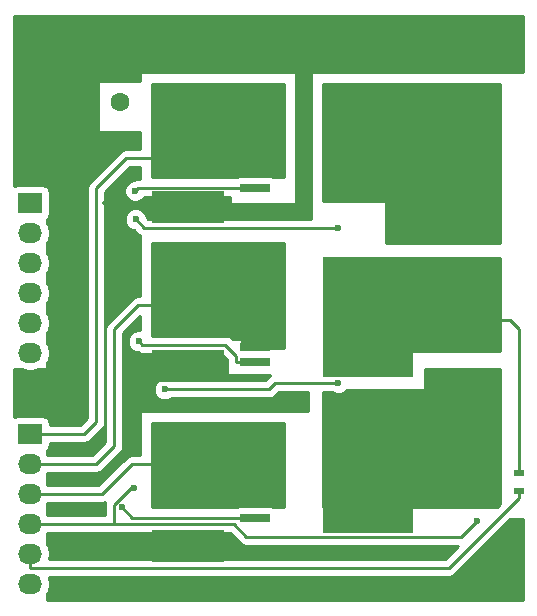
<source format=gbr>
G04 #@! TF.FileFunction,Copper,L2,Bot,Signal*
%FSLAX46Y46*%
G04 Gerber Fmt 4.6, Leading zero omitted, Abs format (unit mm)*
G04 Created by KiCad (PCBNEW (2015-05-26 BZR 5684)-product) date Thu 13 Aug 2015 05:18:35 PM PDT*
%MOMM*%
G01*
G04 APERTURE LIST*
%ADD10C,0.100000*%
%ADD11C,0.508000*%
%ADD12R,2.032000X1.727200*%
%ADD13O,2.032000X1.727200*%
%ADD14C,1.600000*%
%ADD15R,7.620000X10.160000*%
%ADD16R,2.540000X0.700000*%
%ADD17R,6.197600X2.692400*%
%ADD18R,0.900000X0.500000*%
%ADD19C,0.600000*%
%ADD20C,0.250000*%
%ADD21C,0.254000*%
G04 APERTURE END LIST*
D10*
D11*
X167132000Y-85090000D03*
X167132000Y-83566000D03*
X163322000Y-83566000D03*
X163322000Y-85090000D03*
X163322000Y-86868000D03*
X163322000Y-88392000D03*
X163322000Y-89662000D03*
X163322000Y-91440000D03*
X163322000Y-93472000D03*
X167132000Y-86868000D03*
X167132000Y-88392000D03*
X167132000Y-89916000D03*
X167132000Y-91440000D03*
X167132000Y-93472000D03*
X167132000Y-95250000D03*
X163322000Y-100330000D03*
X163322000Y-99060000D03*
X163322000Y-98044000D03*
X167132000Y-98044000D03*
X167132000Y-99060000D03*
X167132000Y-100330000D03*
X167132000Y-101600000D03*
X167132000Y-102870000D03*
X163322000Y-102870000D03*
X163322000Y-104394000D03*
X167132000Y-104394000D03*
X167132000Y-114046000D03*
X167132000Y-116078000D03*
X167132000Y-117856000D03*
X163322000Y-117856000D03*
X163322000Y-116078000D03*
X163322000Y-114046000D03*
X167132000Y-112014000D03*
X163322000Y-112014000D03*
X163322000Y-109982000D03*
X167132000Y-109982000D03*
X167132000Y-107950000D03*
X138176000Y-111760000D03*
X138176000Y-95758000D03*
X132588000Y-93980000D03*
X132588000Y-96520000D03*
X132588000Y-99060000D03*
X132588000Y-101600000D03*
X132588000Y-104140000D03*
X135382000Y-92710000D03*
X132334000Y-79248000D03*
X128778000Y-79248000D03*
X159004000Y-79248000D03*
X164592000Y-79248000D03*
X169418000Y-79248000D03*
X153162000Y-79248000D03*
X138176000Y-106172000D03*
X138176000Y-108204000D03*
X129032000Y-109728000D03*
X129032000Y-107696000D03*
X132334000Y-107696000D03*
X132334000Y-110490000D03*
X132334000Y-120904000D03*
X134620000Y-120904000D03*
X134620000Y-116078000D03*
X132334000Y-116078000D03*
X154432000Y-122428000D03*
X157226000Y-122428000D03*
X163068000Y-122428000D03*
X169164000Y-123698000D03*
X132334000Y-125984000D03*
X138430000Y-122174000D03*
X134620000Y-125984000D03*
X132334000Y-113538000D03*
X134620000Y-118618000D03*
X132334000Y-118618000D03*
X132334000Y-91186000D03*
X128778000Y-89408000D03*
X132334000Y-89408000D03*
X132334000Y-86868000D03*
X128778000Y-86868000D03*
D12*
X129032000Y-92710000D03*
D13*
X129032000Y-95250000D03*
X129032000Y-97790000D03*
X129032000Y-100330000D03*
X129032000Y-102870000D03*
X129032000Y-105410000D03*
D12*
X129032000Y-112268000D03*
D13*
X129032000Y-114808000D03*
X129032000Y-117348000D03*
X129032000Y-119888000D03*
X129032000Y-122428000D03*
X129032000Y-124968000D03*
D14*
X163450000Y-107960000D03*
X163450000Y-101610000D03*
X163450000Y-95260000D03*
X136662000Y-84200000D03*
X130312000Y-84200000D03*
D15*
X157607000Y-87630000D03*
D16*
X148082000Y-91440000D03*
X148082000Y-90170000D03*
X148082000Y-88900000D03*
X148082000Y-86360000D03*
X148082000Y-85090000D03*
X148082000Y-83820000D03*
D15*
X157607000Y-102362000D03*
D16*
X148082000Y-106172000D03*
X148082000Y-104902000D03*
X148082000Y-103632000D03*
X148082000Y-101092000D03*
X148082000Y-99822000D03*
X148082000Y-98552000D03*
D15*
X157607000Y-115570000D03*
D16*
X148082000Y-119380000D03*
X148082000Y-118110000D03*
X148082000Y-116840000D03*
X148082000Y-114300000D03*
X148082000Y-113030000D03*
X148082000Y-111760000D03*
D17*
X142430500Y-84048600D03*
X142430500Y-93091000D03*
X142430500Y-97510600D03*
X142430500Y-106553000D03*
D18*
X170434000Y-117082000D03*
X170434000Y-115582000D03*
D17*
X142430500Y-112750600D03*
X142430500Y-121793000D03*
D19*
X141478000Y-109958000D03*
X137855000Y-116827000D03*
X166865500Y-119639100D03*
X156718000Y-111760000D03*
X156718000Y-113030000D03*
X156718000Y-114300000D03*
X156718000Y-116840000D03*
X156718000Y-118110000D03*
X157607000Y-115570000D03*
X156718000Y-98552000D03*
X156718000Y-99822000D03*
X156718000Y-101092000D03*
X156718000Y-103632000D03*
X156718000Y-104902000D03*
X157607000Y-102362000D03*
X156718000Y-83820000D03*
X156718000Y-85090000D03*
X156718000Y-86360000D03*
X156718000Y-88900000D03*
X156718000Y-90170000D03*
X157607000Y-87630000D03*
X155122700Y-94803600D03*
X137954400Y-94108500D03*
X137922000Y-91694000D03*
X155122700Y-107950000D03*
X140409300Y-108499600D03*
X138219800Y-104423300D03*
X136778100Y-118490000D03*
D20*
X141478000Y-109958000D02*
X141478000Y-109982000D01*
X136119400Y-119888000D02*
X129032000Y-119888000D01*
X166865500Y-119639100D02*
X165529200Y-120975400D01*
X165529200Y-120975400D02*
X147340600Y-120975400D01*
X147340600Y-120975400D02*
X146253200Y-119888000D01*
X146253200Y-119888000D02*
X136119400Y-119888000D01*
X136119400Y-119888000D02*
X136119400Y-118261600D01*
X136119400Y-118261600D02*
X137554000Y-116827000D01*
X137554000Y-116827000D02*
X137855000Y-116827000D01*
X129032000Y-122428000D02*
X129032000Y-123616900D01*
X170434000Y-117082000D02*
X170434000Y-117657300D01*
X170434000Y-117657300D02*
X164474400Y-123616900D01*
X164474400Y-123616900D02*
X129032000Y-123616900D01*
X137160000Y-88900000D02*
X134620000Y-91440000D01*
X134620000Y-91440000D02*
X134620000Y-111252000D01*
X134620000Y-111252000D02*
X133604000Y-112268000D01*
X133604000Y-112268000D02*
X129032000Y-112268000D01*
X139700000Y-88900000D02*
X137160000Y-88900000D01*
X138176000Y-101346000D02*
X136144000Y-103378000D01*
X136144000Y-103378000D02*
X136144000Y-113284000D01*
X136144000Y-113284000D02*
X134620000Y-114808000D01*
X134620000Y-114808000D02*
X129032000Y-114808000D01*
X139700000Y-101346000D02*
X138176000Y-101346000D01*
X137668000Y-114808000D02*
X135128000Y-117348000D01*
X135128000Y-117348000D02*
X129032000Y-117348000D01*
X139446000Y-114808000D02*
X137668000Y-114808000D01*
X156718000Y-111760000D02*
X157607000Y-112649000D01*
X157607000Y-112649000D02*
X157607000Y-115570000D01*
X157607000Y-113919000D02*
X157607000Y-115570000D01*
X156718000Y-113030000D02*
X157607000Y-113919000D01*
X157607000Y-115189000D02*
X157607000Y-115570000D01*
X156718000Y-114300000D02*
X157607000Y-115189000D01*
X157607000Y-115951000D02*
X157607000Y-115570000D01*
X156718000Y-116840000D02*
X157607000Y-115951000D01*
X157607000Y-117221000D02*
X157607000Y-115570000D01*
X156718000Y-118110000D02*
X157607000Y-117221000D01*
X170434000Y-103378000D02*
X169672000Y-102616000D01*
X169672000Y-102616000D02*
X168402000Y-102616000D01*
X170434000Y-115582000D02*
X170434000Y-104394000D01*
X170434000Y-104394000D02*
X170434000Y-103378000D01*
X157607000Y-99441000D02*
X157607000Y-102362000D01*
X156718000Y-98552000D02*
X157607000Y-99441000D01*
X157607000Y-100711000D02*
X157607000Y-102362000D01*
X156718000Y-99822000D02*
X157607000Y-100711000D01*
X157607000Y-101981000D02*
X157607000Y-102362000D01*
X156718000Y-101092000D02*
X157607000Y-101981000D01*
X157607000Y-102743000D02*
X157607000Y-102362000D01*
X156718000Y-103632000D02*
X157607000Y-102743000D01*
X157607000Y-104013000D02*
X157607000Y-102362000D01*
X156718000Y-104902000D02*
X157607000Y-104013000D01*
X157607000Y-84709000D02*
X157607000Y-87630000D01*
X156718000Y-83820000D02*
X157607000Y-84709000D01*
X157607000Y-85979000D02*
X157607000Y-87630000D01*
X156718000Y-85090000D02*
X157607000Y-85979000D01*
X157607000Y-87249000D02*
X157607000Y-87630000D01*
X156718000Y-86360000D02*
X157607000Y-87249000D01*
X157607000Y-88011000D02*
X157607000Y-87630000D01*
X156718000Y-88900000D02*
X157607000Y-88011000D01*
X157607000Y-89281000D02*
X157607000Y-87630000D01*
X156718000Y-90170000D02*
X157607000Y-89281000D01*
X137954400Y-94108500D02*
X138649500Y-94803600D01*
X138649500Y-94803600D02*
X155122700Y-94803600D01*
X139192000Y-91419400D02*
X138196600Y-91419400D01*
X138196600Y-91419400D02*
X137922000Y-91694000D01*
X148082000Y-91440000D02*
X146486700Y-91440000D01*
X138956000Y-91419400D02*
X139192000Y-91419400D01*
X139192000Y-91419400D02*
X146466100Y-91419400D01*
X146466100Y-91419400D02*
X146486700Y-91440000D01*
X140409300Y-108499600D02*
X149217100Y-108499600D01*
X149217100Y-108499600D02*
X149766700Y-107950000D01*
X149766700Y-107950000D02*
X155122700Y-107950000D01*
X148082000Y-106172000D02*
X146486700Y-106172000D01*
X138219800Y-104423300D02*
X138515900Y-104719400D01*
X138515900Y-104719400D02*
X145538300Y-104719400D01*
X145538300Y-104719400D02*
X146486700Y-105667800D01*
X146486700Y-105667800D02*
X146486700Y-106172000D01*
X136778100Y-118490000D02*
X137668100Y-119380000D01*
X137668100Y-119380000D02*
X148082000Y-119380000D01*
D21*
G36*
X168783000Y-118233498D02*
X168525497Y-118491000D01*
X153797000Y-118491000D01*
X153797000Y-110236000D01*
X153797000Y-108710000D01*
X154560237Y-108710000D01*
X154592373Y-108742192D01*
X154935901Y-108884838D01*
X155307867Y-108885162D01*
X155651643Y-108743117D01*
X155810036Y-108585000D01*
X159004000Y-108585000D01*
X162433000Y-108585000D01*
X162433000Y-106807000D01*
X168783000Y-106807000D01*
X168783000Y-118233498D01*
X168783000Y-118233498D01*
G37*
X168783000Y-118233498D02*
X168525497Y-118491000D01*
X153797000Y-118491000D01*
X153797000Y-110236000D01*
X153797000Y-108710000D01*
X154560237Y-108710000D01*
X154592373Y-108742192D01*
X154935901Y-108884838D01*
X155307867Y-108885162D01*
X155651643Y-108743117D01*
X155810036Y-108585000D01*
X159004000Y-108585000D01*
X162433000Y-108585000D01*
X162433000Y-106807000D01*
X168783000Y-106807000D01*
X168783000Y-118233498D01*
G36*
X168783000Y-105283000D02*
X154051000Y-105283000D01*
X154051000Y-97409000D01*
X168783000Y-97409000D01*
X168783000Y-105283000D01*
X168783000Y-105283000D01*
G37*
X168783000Y-105283000D02*
X154051000Y-105283000D01*
X154051000Y-97409000D01*
X168783000Y-97409000D01*
X168783000Y-105283000D01*
G36*
X168783000Y-96139000D02*
X159131000Y-96139000D01*
X159131000Y-92583000D01*
X153797000Y-92583000D01*
X153797000Y-82677000D01*
X168783000Y-82677000D01*
X168783000Y-96139000D01*
X168783000Y-96139000D01*
G37*
X168783000Y-96139000D02*
X159131000Y-96139000D01*
X159131000Y-92583000D01*
X153797000Y-92583000D01*
X153797000Y-82677000D01*
X168783000Y-82677000D01*
X168783000Y-96139000D01*
G36*
X150495000Y-90551000D02*
X149688122Y-90551000D01*
X149601640Y-90492623D01*
X149352000Y-90442560D01*
X146812000Y-90442560D01*
X146569877Y-90489537D01*
X146476311Y-90551000D01*
X139319000Y-90551000D01*
X139319000Y-82677000D01*
X150495000Y-82677000D01*
X150495000Y-90551000D01*
X150495000Y-90551000D01*
G37*
X150495000Y-90551000D02*
X149688122Y-90551000D01*
X149601640Y-90492623D01*
X149352000Y-90442560D01*
X146812000Y-90442560D01*
X146569877Y-90489537D01*
X146476311Y-90551000D01*
X139319000Y-90551000D01*
X139319000Y-82677000D01*
X150495000Y-82677000D01*
X150495000Y-90551000D01*
G36*
X150495000Y-105029000D02*
X146939000Y-105029000D01*
X146939000Y-104267000D01*
X146160702Y-104267000D01*
X146075701Y-104181999D01*
X145829139Y-104017252D01*
X145538300Y-103959400D01*
X139319000Y-103959400D01*
X139319000Y-96139000D01*
X150495000Y-96139000D01*
X150495000Y-105029000D01*
X150495000Y-105029000D01*
G37*
X150495000Y-105029000D02*
X146939000Y-105029000D01*
X146939000Y-104267000D01*
X146160702Y-104267000D01*
X146075701Y-104181999D01*
X145829139Y-104017252D01*
X145538300Y-103959400D01*
X139319000Y-103959400D01*
X139319000Y-96139000D01*
X150495000Y-96139000D01*
X150495000Y-105029000D01*
G36*
X150495000Y-118491000D02*
X149688122Y-118491000D01*
X149601640Y-118432623D01*
X149352000Y-118382560D01*
X146812000Y-118382560D01*
X146569877Y-118429537D01*
X146476311Y-118491000D01*
X139319000Y-118491000D01*
X139319000Y-111379000D01*
X150495000Y-111379000D01*
X150495000Y-118491000D01*
X150495000Y-118491000D01*
G37*
X150495000Y-118491000D02*
X149688122Y-118491000D01*
X149601640Y-118432623D01*
X149352000Y-118382560D01*
X146812000Y-118382560D01*
X146569877Y-118429537D01*
X146476311Y-118491000D01*
X139319000Y-118491000D01*
X139319000Y-111379000D01*
X150495000Y-111379000D01*
X150495000Y-118491000D01*
G36*
X135400744Y-118053747D02*
X135359400Y-118261600D01*
X135359400Y-119128000D01*
X130476648Y-119128000D01*
X130429000Y-119056689D01*
X130429000Y-118179310D01*
X130476648Y-118108000D01*
X135128000Y-118108000D01*
X135400744Y-118053747D01*
X135400744Y-118053747D01*
G37*
X135400744Y-118053747D02*
X135359400Y-118261600D01*
X135359400Y-119128000D01*
X130476648Y-119128000D01*
X130429000Y-119056689D01*
X130429000Y-118179310D01*
X130476648Y-118108000D01*
X135128000Y-118108000D01*
X135400744Y-118053747D01*
G36*
X152527000Y-110363000D02*
X138303000Y-110363000D01*
X138303000Y-114048000D01*
X137668000Y-114048000D01*
X137425413Y-114096253D01*
X137377160Y-114105852D01*
X137130599Y-114270599D01*
X134813198Y-116588000D01*
X130476648Y-116588000D01*
X130429000Y-116516689D01*
X130429000Y-115639310D01*
X130476648Y-115568000D01*
X134620000Y-115568000D01*
X134910839Y-115510148D01*
X135157401Y-115345401D01*
X136681401Y-113821401D01*
X136846148Y-113574840D01*
X136846148Y-113574839D01*
X136855746Y-113526586D01*
X136903999Y-113284000D01*
X136904000Y-113284000D01*
X136904000Y-103692802D01*
X138303000Y-102293802D01*
X138303000Y-103488371D01*
X138034633Y-103488138D01*
X137690857Y-103630183D01*
X137427608Y-103892973D01*
X137284962Y-104236501D01*
X137284638Y-104608467D01*
X137426683Y-104952243D01*
X137689473Y-105215492D01*
X138033001Y-105358138D01*
X138130287Y-105358222D01*
X138225061Y-105421548D01*
X138515900Y-105479400D01*
X145223498Y-105479400D01*
X145669000Y-105924902D01*
X145669000Y-107315000D01*
X149375366Y-107315000D01*
X149229299Y-107412599D01*
X148902298Y-107739600D01*
X140971762Y-107739600D01*
X140939627Y-107707408D01*
X140596099Y-107564762D01*
X140224133Y-107564438D01*
X139880357Y-107706483D01*
X139617108Y-107969273D01*
X139474462Y-108312801D01*
X139474138Y-108684767D01*
X139616183Y-109028543D01*
X139878973Y-109291792D01*
X140222501Y-109434438D01*
X140594467Y-109434762D01*
X140938243Y-109292717D01*
X140971417Y-109259600D01*
X149217100Y-109259600D01*
X149507939Y-109201748D01*
X149754501Y-109037001D01*
X150081502Y-108710000D01*
X152527000Y-108710000D01*
X152527000Y-110363000D01*
X152527000Y-110363000D01*
G37*
X152527000Y-110363000D02*
X138303000Y-110363000D01*
X138303000Y-114048000D01*
X137668000Y-114048000D01*
X137425413Y-114096253D01*
X137377160Y-114105852D01*
X137130599Y-114270599D01*
X134813198Y-116588000D01*
X130476648Y-116588000D01*
X130429000Y-116516689D01*
X130429000Y-115639310D01*
X130476648Y-115568000D01*
X134620000Y-115568000D01*
X134910839Y-115510148D01*
X135157401Y-115345401D01*
X136681401Y-113821401D01*
X136846148Y-113574840D01*
X136846148Y-113574839D01*
X136855746Y-113526586D01*
X136903999Y-113284000D01*
X136904000Y-113284000D01*
X136904000Y-103692802D01*
X138303000Y-102293802D01*
X138303000Y-103488371D01*
X138034633Y-103488138D01*
X137690857Y-103630183D01*
X137427608Y-103892973D01*
X137284962Y-104236501D01*
X137284638Y-104608467D01*
X137426683Y-104952243D01*
X137689473Y-105215492D01*
X138033001Y-105358138D01*
X138130287Y-105358222D01*
X138225061Y-105421548D01*
X138515900Y-105479400D01*
X145223498Y-105479400D01*
X145669000Y-105924902D01*
X145669000Y-107315000D01*
X149375366Y-107315000D01*
X149229299Y-107412599D01*
X148902298Y-107739600D01*
X140971762Y-107739600D01*
X140939627Y-107707408D01*
X140596099Y-107564762D01*
X140224133Y-107564438D01*
X139880357Y-107706483D01*
X139617108Y-107969273D01*
X139474462Y-108312801D01*
X139474138Y-108684767D01*
X139616183Y-109028543D01*
X139878973Y-109291792D01*
X140222501Y-109434438D01*
X140594467Y-109434762D01*
X140938243Y-109292717D01*
X140971417Y-109259600D01*
X149217100Y-109259600D01*
X149507939Y-109201748D01*
X149754501Y-109037001D01*
X150081502Y-108710000D01*
X152527000Y-108710000D01*
X152527000Y-110363000D01*
G36*
X165281097Y-121735400D02*
X164159598Y-122856900D01*
X130630031Y-122856900D01*
X130715345Y-122428000D01*
X130601271Y-121854511D01*
X130429000Y-121596689D01*
X130429000Y-120719310D01*
X130476648Y-120648000D01*
X136119400Y-120648000D01*
X145938398Y-120648000D01*
X146803199Y-121512801D01*
X147049761Y-121677548D01*
X147340600Y-121735400D01*
X165281097Y-121735400D01*
X165281097Y-121735400D01*
G37*
X165281097Y-121735400D02*
X164159598Y-122856900D01*
X130630031Y-122856900D01*
X130715345Y-122428000D01*
X130601271Y-121854511D01*
X130429000Y-121596689D01*
X130429000Y-120719310D01*
X130476648Y-120648000D01*
X136119400Y-120648000D01*
X145938398Y-120648000D01*
X146803199Y-121512801D01*
X147049761Y-121677548D01*
X147340600Y-121735400D01*
X165281097Y-121735400D01*
G36*
X170765000Y-81661000D02*
X152781000Y-81661000D01*
X152781000Y-94043600D01*
X138964301Y-94043600D01*
X138889522Y-93968820D01*
X138889562Y-93923333D01*
X138747517Y-93579557D01*
X138484727Y-93316308D01*
X138141199Y-93173662D01*
X137769233Y-93173338D01*
X137425457Y-93315383D01*
X137162208Y-93578173D01*
X137019562Y-93921701D01*
X137019238Y-94293667D01*
X137161283Y-94637443D01*
X137424073Y-94900692D01*
X137767601Y-95043338D01*
X137814476Y-95043378D01*
X138112099Y-95341001D01*
X138303000Y-95468556D01*
X138303000Y-100586000D01*
X138176000Y-100586000D01*
X137885161Y-100643852D01*
X137638599Y-100808599D01*
X135606599Y-102840599D01*
X135441852Y-103087161D01*
X135384000Y-103378000D01*
X135384000Y-112969198D01*
X134305198Y-114048000D01*
X130476648Y-114048000D01*
X130429000Y-113976689D01*
X130429000Y-113640835D01*
X130502927Y-113592273D01*
X130645377Y-113381240D01*
X130695440Y-113131600D01*
X130695440Y-113028000D01*
X133604000Y-113028000D01*
X133894839Y-112970148D01*
X134141401Y-112805401D01*
X135157401Y-111789401D01*
X135322148Y-111542839D01*
X135380000Y-111252000D01*
X135380000Y-91754802D01*
X137474802Y-89660000D01*
X138303000Y-89660000D01*
X138303000Y-90659400D01*
X138196600Y-90659400D01*
X137905761Y-90717252D01*
X137843384Y-90758930D01*
X137736833Y-90758838D01*
X137393057Y-90900883D01*
X137129808Y-91163673D01*
X136987162Y-91507201D01*
X136986838Y-91879167D01*
X137128883Y-92222943D01*
X137391673Y-92486192D01*
X137735201Y-92628838D01*
X138107167Y-92629162D01*
X138450943Y-92487117D01*
X138714192Y-92224327D01*
X138732847Y-92179400D01*
X138956000Y-92179400D01*
X139192000Y-92179400D01*
X145923000Y-92179400D01*
X145923000Y-92837000D01*
X151511000Y-92837000D01*
X151511000Y-81661000D01*
X138303000Y-81661000D01*
X138303000Y-82423000D01*
X134747000Y-82423000D01*
X134747000Y-86741000D01*
X138303000Y-86741000D01*
X138303000Y-88140000D01*
X137160000Y-88140000D01*
X136917413Y-88188253D01*
X136869160Y-88197852D01*
X136622599Y-88362599D01*
X134082599Y-90902599D01*
X133917852Y-91149161D01*
X133860000Y-91440000D01*
X133860000Y-110937198D01*
X133289198Y-111508000D01*
X130695440Y-111508000D01*
X130695440Y-111404400D01*
X130648463Y-111162277D01*
X130508673Y-110949473D01*
X130429000Y-110895692D01*
X130429000Y-110871000D01*
X130392418Y-110871000D01*
X130297640Y-110807023D01*
X130048000Y-110756960D01*
X128016000Y-110756960D01*
X127773877Y-110803937D01*
X127685000Y-110862319D01*
X127685000Y-106807000D01*
X128336477Y-106807000D01*
X128847255Y-106908600D01*
X129216745Y-106908600D01*
X129727522Y-106807000D01*
X130429000Y-106807000D01*
X130429000Y-106241310D01*
X130601271Y-105983489D01*
X130715345Y-105410000D01*
X130601271Y-104836511D01*
X130429000Y-104578689D01*
X130429000Y-103701310D01*
X130601271Y-103443489D01*
X130715345Y-102870000D01*
X130601271Y-102296511D01*
X130429000Y-102038689D01*
X130429000Y-101161310D01*
X130601271Y-100903489D01*
X130715345Y-100330000D01*
X130601271Y-99756511D01*
X130429000Y-99498689D01*
X130429000Y-98621310D01*
X130601271Y-98363489D01*
X130715345Y-97790000D01*
X130601271Y-97216511D01*
X130429000Y-96958689D01*
X130429000Y-96081310D01*
X130601271Y-95823489D01*
X130715345Y-95250000D01*
X130601271Y-94676511D01*
X130429000Y-94418689D01*
X130429000Y-94082835D01*
X130502927Y-94034273D01*
X130645377Y-93823240D01*
X130695440Y-93573600D01*
X130695440Y-91846400D01*
X130648463Y-91604277D01*
X130508673Y-91391473D01*
X130429000Y-91337692D01*
X130429000Y-91313000D01*
X130392418Y-91313000D01*
X130297640Y-91249023D01*
X130048000Y-91198960D01*
X128016000Y-91198960D01*
X127773877Y-91245937D01*
X127685000Y-91304319D01*
X127685000Y-76885000D01*
X170765000Y-76885000D01*
X170765000Y-81661000D01*
X170765000Y-81661000D01*
G37*
X170765000Y-81661000D02*
X152781000Y-81661000D01*
X152781000Y-94043600D01*
X138964301Y-94043600D01*
X138889522Y-93968820D01*
X138889562Y-93923333D01*
X138747517Y-93579557D01*
X138484727Y-93316308D01*
X138141199Y-93173662D01*
X137769233Y-93173338D01*
X137425457Y-93315383D01*
X137162208Y-93578173D01*
X137019562Y-93921701D01*
X137019238Y-94293667D01*
X137161283Y-94637443D01*
X137424073Y-94900692D01*
X137767601Y-95043338D01*
X137814476Y-95043378D01*
X138112099Y-95341001D01*
X138303000Y-95468556D01*
X138303000Y-100586000D01*
X138176000Y-100586000D01*
X137885161Y-100643852D01*
X137638599Y-100808599D01*
X135606599Y-102840599D01*
X135441852Y-103087161D01*
X135384000Y-103378000D01*
X135384000Y-112969198D01*
X134305198Y-114048000D01*
X130476648Y-114048000D01*
X130429000Y-113976689D01*
X130429000Y-113640835D01*
X130502927Y-113592273D01*
X130645377Y-113381240D01*
X130695440Y-113131600D01*
X130695440Y-113028000D01*
X133604000Y-113028000D01*
X133894839Y-112970148D01*
X134141401Y-112805401D01*
X135157401Y-111789401D01*
X135322148Y-111542839D01*
X135380000Y-111252000D01*
X135380000Y-91754802D01*
X137474802Y-89660000D01*
X138303000Y-89660000D01*
X138303000Y-90659400D01*
X138196600Y-90659400D01*
X137905761Y-90717252D01*
X137843384Y-90758930D01*
X137736833Y-90758838D01*
X137393057Y-90900883D01*
X137129808Y-91163673D01*
X136987162Y-91507201D01*
X136986838Y-91879167D01*
X137128883Y-92222943D01*
X137391673Y-92486192D01*
X137735201Y-92628838D01*
X138107167Y-92629162D01*
X138450943Y-92487117D01*
X138714192Y-92224327D01*
X138732847Y-92179400D01*
X138956000Y-92179400D01*
X139192000Y-92179400D01*
X145923000Y-92179400D01*
X145923000Y-92837000D01*
X151511000Y-92837000D01*
X151511000Y-81661000D01*
X138303000Y-81661000D01*
X138303000Y-82423000D01*
X134747000Y-82423000D01*
X134747000Y-86741000D01*
X138303000Y-86741000D01*
X138303000Y-88140000D01*
X137160000Y-88140000D01*
X136917413Y-88188253D01*
X136869160Y-88197852D01*
X136622599Y-88362599D01*
X134082599Y-90902599D01*
X133917852Y-91149161D01*
X133860000Y-91440000D01*
X133860000Y-110937198D01*
X133289198Y-111508000D01*
X130695440Y-111508000D01*
X130695440Y-111404400D01*
X130648463Y-111162277D01*
X130508673Y-110949473D01*
X130429000Y-110895692D01*
X130429000Y-110871000D01*
X130392418Y-110871000D01*
X130297640Y-110807023D01*
X130048000Y-110756960D01*
X128016000Y-110756960D01*
X127773877Y-110803937D01*
X127685000Y-110862319D01*
X127685000Y-106807000D01*
X128336477Y-106807000D01*
X128847255Y-106908600D01*
X129216745Y-106908600D01*
X129727522Y-106807000D01*
X130429000Y-106807000D01*
X130429000Y-106241310D01*
X130601271Y-105983489D01*
X130715345Y-105410000D01*
X130601271Y-104836511D01*
X130429000Y-104578689D01*
X130429000Y-103701310D01*
X130601271Y-103443489D01*
X130715345Y-102870000D01*
X130601271Y-102296511D01*
X130429000Y-102038689D01*
X130429000Y-101161310D01*
X130601271Y-100903489D01*
X130715345Y-100330000D01*
X130601271Y-99756511D01*
X130429000Y-99498689D01*
X130429000Y-98621310D01*
X130601271Y-98363489D01*
X130715345Y-97790000D01*
X130601271Y-97216511D01*
X130429000Y-96958689D01*
X130429000Y-96081310D01*
X130601271Y-95823489D01*
X130715345Y-95250000D01*
X130601271Y-94676511D01*
X130429000Y-94418689D01*
X130429000Y-94082835D01*
X130502927Y-94034273D01*
X130645377Y-93823240D01*
X130695440Y-93573600D01*
X130695440Y-91846400D01*
X130648463Y-91604277D01*
X130508673Y-91391473D01*
X130429000Y-91337692D01*
X130429000Y-91313000D01*
X130392418Y-91313000D01*
X130297640Y-91249023D01*
X130048000Y-91198960D01*
X128016000Y-91198960D01*
X127773877Y-91245937D01*
X127685000Y-91304319D01*
X127685000Y-76885000D01*
X170765000Y-76885000D01*
X170765000Y-81661000D01*
G36*
X170765000Y-126315000D02*
X130429000Y-126315000D01*
X130429000Y-125799310D01*
X130601271Y-125541489D01*
X130715345Y-124968000D01*
X130601271Y-124394511D01*
X130589503Y-124376900D01*
X164474400Y-124376900D01*
X164765239Y-124319048D01*
X165011801Y-124154301D01*
X169659102Y-119507000D01*
X170765000Y-119507000D01*
X170765000Y-126315000D01*
X170765000Y-126315000D01*
G37*
X170765000Y-126315000D02*
X130429000Y-126315000D01*
X130429000Y-125799310D01*
X130601271Y-125541489D01*
X130715345Y-124968000D01*
X130601271Y-124394511D01*
X130589503Y-124376900D01*
X164474400Y-124376900D01*
X164765239Y-124319048D01*
X165011801Y-124154301D01*
X169659102Y-119507000D01*
X170765000Y-119507000D01*
X170765000Y-126315000D01*
M02*

</source>
